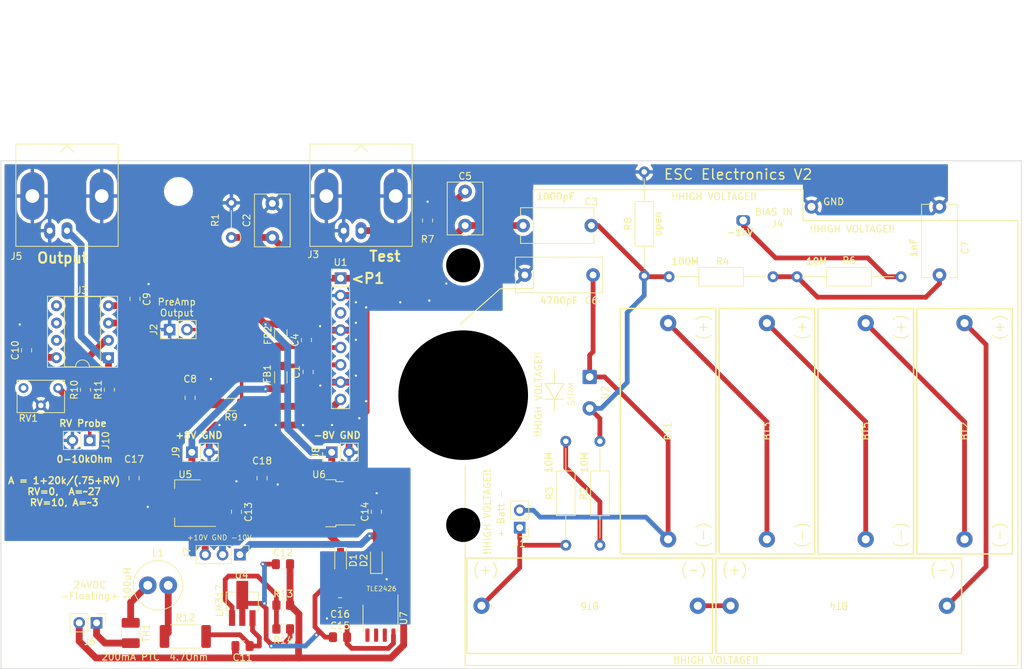
<source format=kicad_pcb>
(kicad_pcb (version 20211014) (generator pcbnew)

  (general
    (thickness 1.6)
  )

  (paper "A4")
  (layers
    (0 "F.Cu" signal)
    (31 "B.Cu" signal)
    (32 "B.Adhes" user "B.Adhesive")
    (33 "F.Adhes" user "F.Adhesive")
    (34 "B.Paste" user)
    (35 "F.Paste" user)
    (36 "B.SilkS" user "B.Silkscreen")
    (37 "F.SilkS" user "F.Silkscreen")
    (38 "B.Mask" user)
    (39 "F.Mask" user)
    (40 "Dwgs.User" user "User.Drawings")
    (41 "Cmts.User" user "User.Comments")
    (42 "Eco1.User" user "User.Eco1")
    (43 "Eco2.User" user "User.Eco2")
    (44 "Edge.Cuts" user)
    (45 "Margin" user)
    (46 "B.CrtYd" user "B.Courtyard")
    (47 "F.CrtYd" user "F.Courtyard")
    (48 "B.Fab" user)
    (49 "F.Fab" user)
    (50 "User.1" user)
    (51 "User.2" user)
    (52 "User.3" user)
    (53 "User.4" user)
    (54 "User.5" user)
    (55 "User.6" user)
    (56 "User.7" user)
    (57 "User.8" user)
    (58 "User.9" user)
  )

  (setup
    (stackup
      (layer "F.SilkS" (type "Top Silk Screen"))
      (layer "F.Paste" (type "Top Solder Paste"))
      (layer "F.Mask" (type "Top Solder Mask") (thickness 0.01))
      (layer "F.Cu" (type "copper") (thickness 0.035))
      (layer "dielectric 1" (type "core") (thickness 1.51) (material "FR4") (epsilon_r 4.5) (loss_tangent 0.02))
      (layer "B.Cu" (type "copper") (thickness 0.035))
      (layer "B.Mask" (type "Bottom Solder Mask") (thickness 0.01))
      (layer "B.Paste" (type "Bottom Solder Paste"))
      (layer "B.SilkS" (type "Bottom Silk Screen"))
      (copper_finish "None")
      (dielectric_constraints no)
    )
    (pad_to_mask_clearance 0.0508)
    (pcbplotparams
      (layerselection 0x00010fc_ffffffff)
      (disableapertmacros false)
      (usegerberextensions false)
      (usegerberattributes true)
      (usegerberadvancedattributes true)
      (creategerberjobfile true)
      (svguseinch false)
      (svgprecision 6)
      (excludeedgelayer true)
      (plotframeref false)
      (viasonmask false)
      (mode 1)
      (useauxorigin false)
      (hpglpennumber 1)
      (hpglpenspeed 20)
      (hpglpendiameter 15.000000)
      (dxfpolygonmode true)
      (dxfimperialunits true)
      (dxfusepcbnewfont true)
      (psnegative false)
      (psa4output false)
      (plotreference true)
      (plotvalue true)
      (plotinvisibletext false)
      (sketchpadsonfab false)
      (subtractmaskfromsilk false)
      (outputformat 1)
      (mirror false)
      (drillshape 1)
      (scaleselection 1)
      (outputdirectory "")
    )
  )

  (net 0 "")
  (net 1 "Net-(BT1-Pad1)")
  (net 2 "Net-(BT1-Pad2)")
  (net 3 "Net-(BT2-Pad1)")
  (net 4 "Net-(BT2-Pad2)")
  (net 5 "Net-(BT3-Pad1)")
  (net 6 "Net-(BT4-Pad1)")
  (net 7 "Net-(BT6-Pad1)")
  (net 8 "GND")
  (net 9 "Net-(C2-Pad1)")
  (net 10 "Net-(C8-Pad1)")
  (net 11 "Net-(C11-Pad1)")
  (net 12 "Net-(C5-Pad2)")
  (net 13 "Net-(J6-Pad1)")
  (net 14 "Net-(L1-Pad2)")
  (net 15 "Net-(R2-Pad2)")
  (net 16 "Net-(C1-Pad1)")
  (net 17 "Net-(C4-Pad1)")
  (net 18 "unconnected-(U1-Pad3)")
  (net 19 "unconnected-(U3-Pad5)")
  (net 20 "unconnected-(U3-Pad6)")
  (net 21 "unconnected-(U3-Pad7)")
  (net 22 "Net-(L1-Pad1)")
  (net 23 "Net-(J5-Pad1)")
  (net 24 "Net-(C7-Pad2)")
  (net 25 "-8VDC")
  (net 26 "+8VDC")
  (net 27 "Net-(C11-Pad2)")
  (net 28 "Net-(C12-Pad1)")
  (net 29 "Net-(C13-Pad1)")
  (net 30 "Net-(C14-Pad1)")
  (net 31 "Net-(C15-Pad2)")
  (net 32 "Net-(J2-Pad2)")
  (net 33 "Net-(J4-Pad1)")
  (net 34 "Net-(R2-Pad1)")
  (net 35 "Net-(R10-Pad2)")
  (net 36 "Net-(R10-Pad1)")
  (net 37 "Net-(R13-Pad1)")
  (net 38 "unconnected-(RV1-Pad3)")
  (net 39 "unconnected-(U7-Pad4)")
  (net 40 "unconnected-(U7-Pad5)")
  (net 41 "unconnected-(U7-Pad6)")
  (net 42 "unconnected-(U7-Pad7)")

  (footprint "Resistor_THT:R_Axial_DIN0207_L6.3mm_D2.5mm_P15.24mm_Horizontal" (layer "F.Cu") (at 167.63 72))

  (footprint "Capacitor_SMD:C_0805_2012Metric_Pad1.18x1.45mm_HandSolder" (layer "F.Cu") (at 78.7125 89.75 90))

  (footprint "Connector_Wire:SolderWire-0.5sqmm_1x02_P4.6mm_D0.9mm_OD2.1mm" (layer "F.Cu") (at 137.25 86.7 -90))

  (footprint "Resistor_SMD:R_2512_6332Metric_Pad1.40x3.35mm_HandSolder" (layer "F.Cu") (at 78 124.75 180))

  (footprint "Connector_PinHeader_2.54mm:PinHeader_1x02_P2.54mm_Vertical" (layer "F.Cu") (at 75.71 79.75 90))

  (footprint "Resistor_THT:R_Axial_DIN0207_L6.3mm_D2.5mm_P15.24mm_Horizontal" (layer "F.Cu") (at 148.88 72))

  (footprint "MountingHole:MountingHole_3.2mm_M3" (layer "F.Cu") (at 56 124.5))

  (footprint "Package_SO:SOIC-8_3.9x4.9mm_P1.27mm" (layer "F.Cu") (at 106.595 122.080051 -90))

  (footprint "Connector_Coaxial:BNC_Amphenol_B6252HB-NPP3G-50_Horizontal" (layer "F.Cu") (at 60.67 65.25))

  (footprint "Capacitor_SMD:C_0805_2012Metric_Pad1.18x1.45mm_HandSolder" (layer "F.Cu") (at 95.75 81.2875 90))

  (footprint "Package_TO_SOT_SMD:SOT-223-3_TabPin2" (layer "F.Cu") (at 78.35 105.2 180))

  (footprint "ESC_Electronics_Library:4headclear" (layer "F.Cu") (at 118.72 108.4))

  (footprint "Capacitor_SMD:C_0805_2012Metric_Pad1.18x1.45mm_HandSolder" (layer "F.Cu") (at 89.25 101.5375 -90))

  (footprint "Capacitor_SMD:C_0805_2012Metric_Pad1.18x1.45mm_HandSolder" (layer "F.Cu") (at 96 85.9625 -90))

  (footprint "Capacitor_SMD:C_0805_2012Metric_Pad1.18x1.45mm_HandSolder" (layer "F.Cu") (at 106 106.4625 90))

  (footprint "Connector_PinHeader_2.54mm:PinHeader_1x03_P2.54mm_Vertical" (layer "F.Cu") (at 86 112.75 -90))

  (footprint "ESC_Electronics_Library:6S-Battery-Holder" (layer "F.Cu") (at 177.698 94.65 90))

  (footprint "Fuse:Fuse_1210_3225Metric_Pad1.42x2.65mm_HandSolder" (layer "F.Cu") (at 70 124.2375 -90))

  (footprint "ESC_Electronics_Library:MHV Wire Conn" (layer "F.Cu") (at 164.75 63.75))

  (footprint "ESC_Electronics_Library:DiodeFeedThru" (layer "F.Cu") (at 118.72 89.36861))

  (footprint "Capacitor_THT:C_Disc_D10.5mm_W5.0mm_P10.00mm" (layer "F.Cu") (at 127.5 64.5))

  (footprint "Capacitor_SMD:C_0805_2012Metric_Pad1.18x1.45mm_HandSolder" (layer "F.Cu") (at 86.3875 126.15 180))

  (footprint "Package_TO_SOT_SMD:TO-252-3_TabPin2" (layer "F.Cu") (at 97.5875 105.22 180))

  (footprint "Connector_PinHeader_2.54mm:PinHeader_1x02_P2.54mm_Vertical" (layer "F.Cu") (at 65 122.75 -90))

  (footprint "Resistor_SMD:R_0805_2012Metric_Pad1.20x1.40mm_HandSolder" (layer "F.Cu") (at 113.5 63.75 90))

  (footprint "Connector_PinHeader_2.54mm:PinHeader_1x02_P2.54mm_Vertical" (layer "F.Cu") (at 78.96 97.75 90))

  (footprint "Resistor_THT:R_Axial_DIN0207_L6.3mm_D2.5mm_P15.24mm_Horizontal" (layer "F.Cu") (at 145.25 71.87 90))

  (footprint "ESC_Electronics_Library:6S-Battery-Holder" (layer "F.Cu") (at 137.25 120.25 180))

  (footprint "ESC_Electronics_Library:6S-Battery-Holder" (layer "F.Cu") (at 173.75 120.25 180))

  (footprint "Connector_PinHeader_2.54mm:PinHeader_1x02_P2.54mm_Vertical" (layer "F.Cu") (at 127 108.79 180))

  (footprint "Potentiometer_THT:Potentiometer_Bourns_3266W_Vertical" (layer "F.Cu") (at 59.375 88.325))

  (footprint "Inductor_THT:L_Radial_D7.0mm_P3.00mm" (layer "F.Cu") (at 72.5 117.25))

  (footprint "Capacitor_THT:C_Disc_D10.5mm_W5.0mm_P10.00mm" (layer "F.Cu") (at 188.5 61.75 -90))

  (footprint "Resistor_SMD:R_1206_3216Metric_Pad1.30x1.75mm_HandSolder" (layer "F.Cu") (at 84.7 90.75 180))

  (footprint "ESC_Electronics_Library:6S-Battery-Holder" (layer "F.Cu") (at 192.176 94.65 90))

  (footprint "Package_DIP:DIP-8_W7.62mm_Socket" (layer "F.Cu") (at 66.75 83.87 180))

  (footprint "MountingHole:MountingHole_3.2mm_M3" (layer "F.Cu") (at 195.75 59.75))

  (footprint "Resistor_THT:R_Axial_DIN0207_L6.3mm_D2.5mm_P5.08mm_Vertical" (layer "F.Cu") (at 84.75 66.25 90))

  (footprint "Connector_Coaxial:BNC_Amphenol_B6252HB-NPP3G-50_Horizontal" (layer "F.Cu") (at 103.75 65.25))

  (footprint "Diode_SMD:D_SOD-323_HandSoldering" (layer "F.Cu") (at 100.75 113.605051 -90))

  (footprint "Capacitor_SMD:C_0805_2012Metric_Pad1.18x1.45mm_HandSolder" (layer "F.Cu") (at 100.675 124.855051))

  (footprint "Capacitor_SMD:C_0805_2012Metric_Pad1.18x1.45mm_HandSolder" (layer "F.Cu") (at 70.5 101.5375 -90))

  (footprint "Capacitor_SMD:C_0805_2012Metric_Pad1.18x1.45mm_HandSolder" (layer "F.Cu") (at 85.5 106.4625 90))

  (footprint "Resistor_SMD:R_0805_2012Metric_Pad1.20x1.40mm_HandSolder" (layer "F.Cu") (at 66.875 88.575 90))

  (footprint "Capacitor_THT:C_Disc_D12.5mm_W5.0mm_P10.00mm" (layer "F.Cu") (at 137.75 71.75 180))

  (footprint "Connector_PinHeader_2.54mm:PinHeader_1x02_P2.54mm_Vertical" (layer "F.Cu") (at 64 96 -90))

  (footprint "Resistor_SMD:R_0805_2012Metric_Pad1.20x1.40mm_HandSolder" (layer "F.Cu") (at 63.375 88.575 90))

  (footprint "ESC_Electronics_Library:6S-Battery-Holder" (layer "F.Cu") (at 163.22 94.65 90))

  (footprint "MountingHole:MountingHole_3.2mm_M3" (layer "F.Cu") (at 77 59.75))

  (footprint "Connector_PinHeader_2.54mm:PinHeader_1x08_P2.54mm_Vertical" (layer "F.Cu") (at 100.75 72.22))

  (footprint "Capacitor_SMD:C_0805_2012Metric_Pad1.18x1.45mm_HandSolder" (layer "F.Cu") (at 100.679978 119.796259 180))

  (footprint "Resistor_SMD:R_0805_2012Metric_Pad1.20x1.40mm_HandSolder" (layer "F.Cu") (at 92.35 120.15))

  (footprint "Capacitor_SMD:C_0805_2012Metric_Pad1.18x1.45mm_HandSolder" (layer "F.Cu") (at 54.75 82.7875 90))

  (footprint "Capacitor_THT:C_Disc_D7.5mm_W5.0mm_P5.00mm" (layer "F.Cu") (at 90.75 66.25 90))

  (footprint "ESC_Electronics_Library:4headclear" (layer "F.Cu") (at 118.72 70.32))

  (footprint "ESC_Electronics_Library:6S-Battery-Holder" (layer "F.Cu") (at 148.742 94.65 90))

  (footprint "Inductor_SMD:L_1206_3216Metric_Pad1.22x1.90mm_HandSolder" (layer "F.Cu") (at 92 80.5875 90))

  (footprint "Diode_SMD:D_SOD-323_HandSoldering" (layer "F.Cu") (at 106 113.605051 90))

  (footprint "MountingHole:MountingHole_3.2mm_M3" (layer "F.Cu") (at 195.75 124.5))

  (footprint "Package_TO_SOT_SMD:SOT-89-3_Handsoldering" (layer "F.Cu") (at 86.35 119.9 90))

  (footprint "Capacitor_SMD:C_0805_2012Metric_Pad1.18x1.45mm_HandSolder" (layer "F.Cu") (at 70.625 75.25 90))

  (footprint "Resistor_THT:R_Axial_DIN0207_L6.3mm_D2.5mm_P15.24mm_Horizontal" (layer "F.Cu") (at 138.75 111.37 90))

  (footprint "Resistor_SMD:R_0805_2012Metric_Pad1.20x1.40mm_HandSolder" (layer "F.Cu")
    (tedit 5F68FEEE) (tstamp efa2d4b2-803a-40c5-ae54-3297a0aa0f9e)
    (at 92.35 123.65 180)
    (descr "Resistor SMD 0805 (2012 Metric), square (rectangular) end terminal, IPC_7351 nominal with elongated pad for handsoldering. (Body size source: IPC-SM-782 page 72, https://www.pcb-3d.com/wordpress/wp-content/uploads/ipc-sm-782a_amendment_1_and_2.pdf), generated with kicad-footprint-generator")
    (tags "resistor handsolder")
    (property "Digikey" "RMCF0805FT220RCT-ND")
    (property "Sheetfile" "ESC_Electronics.kicad_sch")
    (property "Sheetname" "")
    (path "/fe83636f-89c9-485d-ab02-e02751630578")
    (attr smd)
    (fp_text reference "R14" (at 0 -1.65) (layer "F.SilkS")
      (effects (font (size 1 1) (thickness 0.15)))
      (tstamp 794b15dc-2a93-46f5-8d19-197f2385fea8)
    )
    (fp_text value "470" (at 0 1.65) (layer "F.Fab")
      (effects (font (size 1 1) (thickness 0.15)))
      (tstamp 5d06e0a4-fec1-484c-808b-34ed848ae254)
    )
    (fp_text user "${REFERENCE}" (at 0 0) (layer "F.Fab")
      (effects (font (size 0.5 0.5) (thickness 0.08)))
      (tstamp eee9adef-2967-4fe8-884d-cb05790f78a6)
    )
    (fp_line (start -0.227064 0.735) (end 0.227064 0.735) (layer "F.SilkS") (width 0.12) (tstamp 0181cd68-dd8f-41b7-9fd1-8f99a6fa6ee9))
    (fp_line (start -0.227064 -0.735) (end 0.227064 -0.735) (layer "F.SilkS") (width 0.12) (tstamp f9931a94-2e68-4f43-82cb-dfe0c575482a))
    (fp_line (start 1.85 0.95) (end -1.85 0.95) (layer "F.CrtYd") (width 0.05) (tstamp 2abdb4be-72c1-4b3f-87f0-3b5ccb62303e))
    (fp_line (start 1.85 -0.95) (end 1.85 0.95) (layer "F.CrtYd") (width 0.05) (tstamp 6a84655b-
... [157623 chars truncated]
</source>
